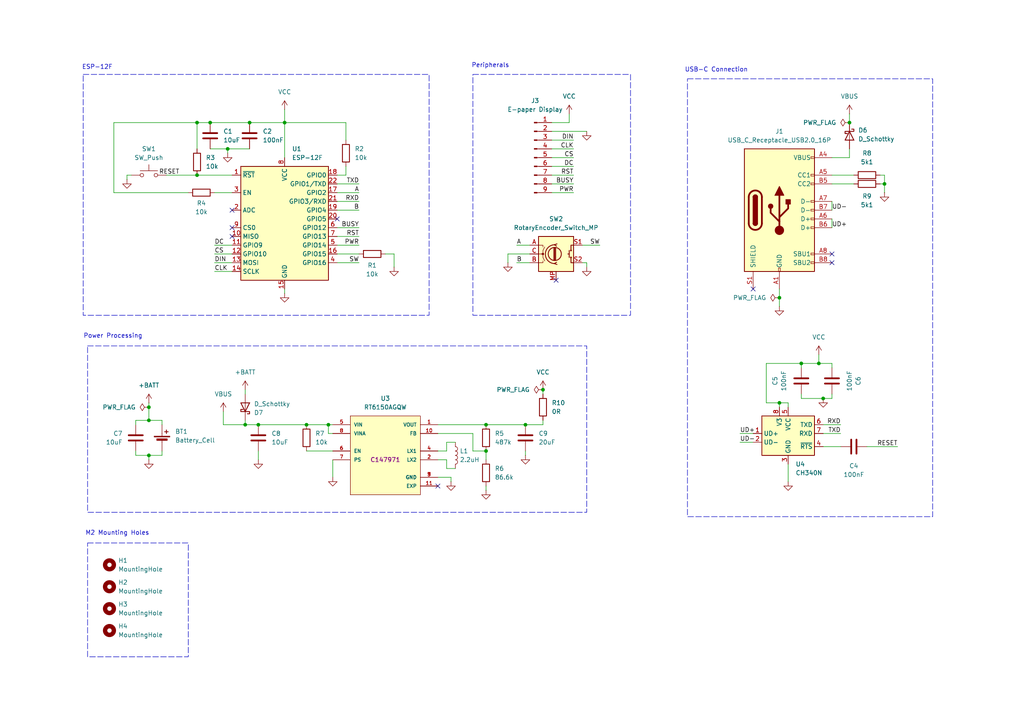
<source format=kicad_sch>
(kicad_sch (version 20250114) (generator "eeschema") (generator_version "9.0")
  (paper "A4")
  (lib_symbols
    (symbol "Connector:Conn_01x09_Pin" (pin_names (offset 1.016) (hide yes))
      (property "Reference" "J" (at 0 12.7 0))
      (property "Value" "Conn_01x09_Pin" (at 0 -12.7 0))
      (symbol "Conn_01x09_Pin_1_1"
        (rectangle (start 0.8636 10.287) (end 0 10.033) (stroke (width 0.1524)) (fill (type outline)))
        (rectangle (start 0.8636 7.747) (end 0 7.493) (stroke (width 0.1524)) (fill (type outline)))
        (rectangle (start 0.8636 5.207) (end 0 4.953) (stroke (width 0.1524)) (fill (type outline)))
        (rectangle (start 0.8636 2.667) (end 0 2.413) (stroke (width 0.1524)) (fill (type outline)))
        (rectangle (start 0.8636 0.127) (end 0 -0.127) (stroke (width 0.1524)) (fill (type outline)))
        (rectangle (start 0.8636 -2.413) (end 0 -2.667) (stroke (width 0.1524)) (fill (type outline)))
        (rectangle (start 0.8636 -4.953) (end 0 -5.207) (stroke (width 0.1524)) (fill (type outline)))
        (rectangle (start 0.8636 -7.493) (end 0 -7.747) (stroke (width 0.1524)) (fill (type outline)))
        (rectangle (start 0.8636 -10.033) (end 0 -10.287) (stroke (width 0.1524)) (fill (type outline)))
        (polyline (pts (xy 1.27 10.16) (xy 0.8636 10.16)) (stroke (width 0.1524)))
        (polyline (pts (xy 1.27 7.62) (xy 0.8636 7.62)) (stroke (width 0.1524)))
        (polyline (pts (xy 1.27 5.08) (xy 0.8636 5.08)) (stroke (width 0.1524)))
        (polyline (pts (xy 1.27 2.54) (xy 0.8636 2.54)) (stroke (width 0.1524)))
        (polyline (pts (xy 1.27 0) (xy 0.8636 0)) (stroke (width 0.1524)))
        (polyline (pts (xy 1.27 -2.54) (xy 0.8636 -2.54)) (stroke (width 0.1524)))
        (polyline (pts (xy 1.27 -5.08) (xy 0.8636 -5.08)) (stroke (width 0.1524)))
        (polyline (pts (xy 1.27 -7.62) (xy 0.8636 -7.62)) (stroke (width 0.1524)))
        (polyline (pts (xy 1.27 -10.16) (xy 0.8636 -10.16)) (stroke (width 0.1524)))
        (pin passive line (at 5.08 10.16 180) (length 3.81) (name "Pin_1") (number "1"))
        (pin passive line (at 5.08 7.62 180) (length 3.81) (name "Pin_2") (number "2"))
        (pin passive line (at 5.08 5.08 180) (length 3.81) (name "Pin_3") (number "3"))
        (pin passive line (at 5.08 2.54 180) (length 3.81) (name "Pin_4") (number "4"))
        (pin passive line (at 5.08 0 180) (length 3.81) (name "Pin_5") (number "5"))
        (pin passive line (at 5.08 -2.54 180) (length 3.81) (name "Pin_6") (number "6"))
        (pin passive line (at 5.08 -5.08 180) (length 3.81) (name "Pin_7") (number "7"))
        (pin passive line (at 5.08 -7.62 180) (length 3.81) (name "Pin_8") (number "8"))
        (pin passive line (at 5.08 -10.16 180) (length 3.81) (name "Pin_9") (number "9"))
      )
    )
    (symbol "Connector:USB_C_Receptacle_USB2.0_16P" (pin_names (offset 1.016))
      (property "Reference" "J" (at 0 22.225 0))
      (property "Value" "USB_C_Receptacle_USB2.0_16P" (at 0 19.685 0))
      (symbol "USB_C_Receptacle_USB2.0_16P_0_0"
        (rectangle (start -0.254 -17.78) (end 0.254 -16.764))
        (rectangle (start 10.16 15.494) (end 9.144 14.986))
        (rectangle (start 10.16 10.414) (end 9.144 9.906))
        (rectangle (start 10.16 7.874) (end 9.144 7.366))
        (rectangle (start 10.16 2.794) (end 9.144 2.286))
        (rectangle (start 10.16 0.254) (end 9.144 -0.254))
        (rectangle (start 10.16 -2.286) (end 9.144 -2.794))
        (rectangle (start 10.16 -4.826) (end 9.144 -5.334))
        (rectangle (start 10.16 -12.446) (end 9.144 -12.954))
        (rectangle (start 10.16 -14.986) (end 9.144 -15.494))
      )
      (symbol "USB_C_Receptacle_USB2.0_16P_0_1"
        (rectangle (start -10.16 17.78) (end 10.16 -17.78) (stroke (width 0.254)) (fill (type background)))
        (polyline (pts (xy -8.89 -3.81) (xy -8.89 3.81)) (stroke (width 0.508)))
        (rectangle (start -7.62 -3.81) (end -6.35 3.81) (stroke (width 0.254)) (fill (type outline)))
        (arc (start -7.62 3.81) (mid -6.985 4.4423) (end -6.35 3.81) (stroke (width 0.254)))
        (arc (start -7.62 3.81) (mid -6.985 4.4423) (end -6.35 3.81) (stroke (width 0.254)) (fill (type outline)))
        (arc (start -8.89 3.81) (mid -6.985 5.7067) (end -5.08 3.81) (stroke (width 0.508)))
        (arc (start -5.08 -3.81) (mid -6.985 -5.7067) (end -8.89 -3.81) (stroke (width 0.508)))
        (arc (start -6.35 -3.81) (mid -6.985 -4.4423) (end -7.62 -3.81) (stroke (width 0.254)))
        (arc (start -6.35 -3.81) (mid -6.985 -4.4423) (end -7.62 -3.81) (stroke (width 0.254)) (fill (type outline)))
        (polyline (pts (xy -5.08 3.81) (xy -5.08 -3.81)) (stroke (width 0.508)))
        (circle (center -2.54 1.143) (radius 0.635) (stroke (width 0.254)) (fill (type outline)))
        (polyline (pts (xy -1.27 4.318) (xy 0 6.858) (xy 1.27 4.318) (xy -1.27 4.318)) (stroke (width 0.254)) (fill (type outline)))
        (polyline (pts (xy 0 -2.032) (xy 2.54 0.508) (xy 2.54 1.778)) (stroke (width 0.508)))
        (polyline (pts (xy 0 -3.302) (xy -2.54 -0.762) (xy -2.54 0.508)) (stroke (width 0.508)))
        (polyline (pts (xy 0 -5.842) (xy 0 4.318)) (stroke (width 0.508)))
        (circle (center 0 -5.842) (radius 1.27) (fill (type outline)))
        (rectangle (start 1.905 1.778) (end 3.175 3.048) (stroke (width 0.254)) (fill (type outline)))
      )
      (symbol "USB_C_Receptacle_USB2.0_16P_1_1"
        (pin passive line (at -7.62 -22.86 90) (length 5.08) (name "SHIELD") (number "S1"))
        (pin passive line (at 0 -22.86 90) (length 5.08) (name "GND") (number "A1"))
        (pin passive line (at 0 -22.86 90) (length 5.08) (hide yes) (name "GND") (number "A12"))
        (pin passive line (at 0 -22.86 90) (length 5.08) (hide yes) (name "GND") (number "B1"))
        (pin passive line (at 0 -22.86 90) (length 5.08) (hide yes) (name "GND") (number "B12"))
        (pin passive line (at 15.24 15.24 180) (length 5.08) (name "VBUS") (number "A4"))
        (pin passive line (at 15.24 15.24 180) (length 5.08) (hide yes) (name "VBUS") (number "A9"))
        (pin passive line (at 15.24 15.24 180) (length 5.08) (hide yes) (name "VBUS") (number "B4"))
        (pin passive line (at 15.24 15.24 180) (length 5.08) (hide yes) (name "VBUS") (number "B9"))
        (pin bidirectional line (at 15.24 10.16 180) (length 5.08) (name "CC1") (number "A5"))
        (pin bidirectional line (at 15.24 7.62 180) (length 5.08) (name "CC2") (number "B5"))
        (pin bidirectional line (at 15.24 2.54 180) (length 5.08) (name "D-") (number "A7"))
        (pin bidirectional line (at 15.24 0 180) (length 5.08) (name "D-") (number "B7"))
        (pin bidirectional line (at 15.24 -2.54 180) (length 5.08) (name "D+") (number "A6"))
        (pin bidirectional line (at 15.24 -5.08 180) (length 5.08) (name "D+") (number "B6"))
        (pin bidirectional line (at 15.24 -12.7 180) (length 5.08) (name "SBU1") (number "A8"))
        (pin bidirectional line (at 15.24 -15.24 180) (length 5.08) (name "SBU2") (number "B8"))
      )
    )
    (symbol "Device:Battery_Cell" (pin_numbers (hide yes)) (pin_names (offset 0) (hide yes))
      (property "Reference" "BT" (at 2.54 2.54 0))
      (property "Value" "Battery_Cell" (at 2.54 0 0))
      (symbol "Battery_Cell_0_1"
        (rectangle (start -2.286 1.778) (end 2.286 1.524) (fill (type outline)))
        (rectangle (start -1.524 1.016) (end 1.524 0.508) (fill (type outline)))
        (polyline (pts (xy 0 1.778) (xy 0 2.54)))
        (polyline (pts (xy 0 0.762) (xy 0 0)))
        (polyline (pts (xy 0.762 3.048) (xy 1.778 3.048)) (stroke (width 0.254)))
        (polyline (pts (xy 1.27 3.556) (xy 1.27 2.54)) (stroke (width 0.254)))
      )
      (symbol "Battery_Cell_1_1"
        (pin passive line (at 0 5.08 270) (length 2.54) (name "+") (number "1"))
        (pin passive line (at 0 -2.54 90) (length 2.54) (name "-") (number "2"))
      )
    )
    (symbol "Device:C" (pin_numbers (hide yes)) (pin_names (offset 0.254))
      (property "Reference" "C" (at 0.635 2.54 0))
      (property "Value" "C" (at 0.635 -2.54 0))
      (symbol "C_0_1"
        (polyline (pts (xy -2.032 0.762) (xy 2.032 0.762)) (stroke (width 0.508)))
        (polyline (pts (xy -2.032 -0.762) (xy 2.032 -0.762)) (stroke (width 0.508)))
      )
      (symbol "C_1_1"
        (pin passive line (at 0 3.81 270) (length 2.794) (name "~") (number "1"))
        (pin passive line (at 0 -3.81 90) (length 2.794) (name "~") (number "2"))
      )
    )
    (symbol "Device:D_Schottky" (pin_numbers (hide yes)) (pin_names (offset 1.016) (hide yes))
      (property "Reference" "D" (at 0 2.54 0))
      (property "Value" "D_Schottky" (at 0 -2.54 0))
      (symbol "D_Schottky_0_1"
        (polyline (pts (xy -1.905 0.635) (xy -1.905 1.27) (xy -1.27 1.27) (xy -1.27 -1.27) (xy -0.635 -1.27) (xy -0.635 -0.635)) (stroke (width 0.254)))
        (polyline (pts (xy 1.27 1.27) (xy 1.27 -1.27) (xy -1.27 0) (xy 1.27 1.27)) (stroke (width 0.254)))
        (polyline (pts (xy 1.27 0) (xy -1.27 0)))
      )
      (symbol "D_Schottky_1_1"
        (pin passive line (at -3.81 0 0) (length 2.54) (name "K") (number "1"))
        (pin passive line (at 3.81 0 180) (length 2.54) (name "A") (number "2"))
      )
    )
    (symbol "Device:L" (pin_numbers (hide yes)) (pin_names (offset 1.016) (hide yes))
      (property "Reference" "L" (at -1.27 0 90))
      (property "Value" "L" (at 1.905 0 90))
      (symbol "L_0_1"
        (arc (start 0 2.54) (mid 0.6323 1.905) (end 0 1.27))
        (arc (start 0 1.27) (mid 0.6323 0.635) (end 0 0))
        (arc (start 0 0) (mid 0.6323 -0.635) (end 0 -1.27))
        (arc (start 0 -1.27) (mid 0.6323 -1.905) (end 0 -2.54))
      )
      (symbol "L_1_1"
        (pin passive line (at 0 3.81 270) (length 1.27) (name "1") (number "1"))
        (pin passive line (at 0 -3.81 90) (length 1.27) (name "2") (number "2"))
      )
    )
    (symbol "Device:R" (pin_numbers (hide yes)) (pin_names (offset 0))
      (property "Reference" "R" (at 2.032 0 90))
      (property "Value" "R" (at 0 0 90))
      (symbol "R_0_1"
        (rectangle (start -1.016 -2.54) (end 1.016 2.54) (stroke (width 0.254)))
      )
      (symbol "R_1_1"
        (pin passive line (at 0 3.81 270) (length 1.27) (name "~") (number "1"))
        (pin passive line (at 0 -3.81 90) (length 1.27) (name "~") (number "2"))
      )
    )
    (symbol "Device:RotaryEncoder_Switch_MP" (pin_names (offset 0.254) (hide yes))
      (property "Reference" "SW" (at 0 8.89 0))
      (property "Value" "RotaryEncoder_Switch_MP" (at 0 6.35 0))
      (symbol "RotaryEncoder_Switch_MP_0_1"
        (rectangle (start -5.08 5.08) (end 5.08 -5.08) (stroke (width 0.254)) (fill (type background)))
        (polyline (pts (xy -5.08 2.54) (xy -3.81 2.54) (xy -3.81 2.032)))
        (polyline (pts (xy -5.08 0) (xy -3.81 0) (xy -3.81 -1.016) (xy -3.302 -2.032)))
        (polyline (pts (xy -5.08 -2.54) (xy -3.81 -2.54) (xy -3.81 -2.032)))
        (polyline (pts (xy -4.318 0) (xy -3.81 0) (xy -3.81 1.016) (xy -3.302 2.032)))
        (circle (center -3.81 0) (radius 0.254) (fill (type outline)))
        (polyline (pts (xy -0.635 -1.778) (xy -0.635 1.778)) (stroke (width 0.254)))
        (circle (center -0.381 0) (radius 1.905) (stroke (width 0.254)))
        (polyline (pts (xy -0.381 -1.778) (xy -0.381 1.778)) (stroke (width 0.254)))
        (arc (start -0.381 -2.794) (mid -3.0988 -0.0635) (end -0.381 2.667) (stroke (width 0.254)))
        (polyline (pts (xy -0.127 1.778) (xy -0.127 -1.778)) (stroke (width 0.254)))
        (polyline (pts (xy 0.254 2.921) (xy -0.508 2.667) (xy 0.127 2.286)) (stroke (width 0.254)))
        (polyline (pts (xy 0.254 -3.048) (xy -0.508 -2.794) (xy 0.127 -2.413)) (stroke (width 0.254)))
        (polyline (pts (xy 3.81 1.016) (xy 3.81 -1.016)) (stroke (width 0.254)))
        (polyline (pts (xy 3.81 0) (xy 3.429 0)) (stroke (width 0.254)))
        (circle (center 4.318 1.016) (radius 0.127) (stroke (width 0.254)))
        (circle (center 4.318 -1.016) (radius 0.127) (stroke (width 0.254)))
        (polyline (pts (xy 5.08 2.54) (xy 4.318 2.54) (xy 4.318 1.016)) (stroke (width 0.254)))
        (polyline (pts (xy 5.08 -2.54) (xy 4.318 -2.54) (xy 4.318 -1.016)) (stroke (width 0.254)))
      )
      (symbol "RotaryEncoder_Switch_MP_1_1"
        (pin passive line (at -7.62 2.54 0) (length 2.54) (name "A") (number "A"))
        (pin passive line (at -7.62 0 0) (length 2.54) (name "C") (number "C"))
        (pin passive line (at -7.62 -2.54 0) (length 2.54) (name "B") (number "B"))
        (pin passive line (at 0 -7.62 90) (length 2.54) (name "MP") (number "MP"))
        (pin passive line (at 7.62 2.54 180) (length 2.54) (name "S1") (number "S1"))
        (pin passive line (at 7.62 -2.54 180) (length 2.54) (name "S2") (number "S2"))
      )
    )
    (symbol "Mechanical:MountingHole" (pin_names (offset 1.016)) (in_bom no)
      (property "Reference" "H" (at 0 5.08 0))
      (property "Value" "MountingHole" (at 0 3.175 0))
      (symbol "MountingHole_0_1"
        (circle (center 0 0) (radius 1.27) (stroke (width 1.27)))
      )
    )
    (symbol "RF_Module:ESP-12F"
      (property "Reference" "U" (at -12.7 19.05 0))
      (property "Value" "ESP-12F" (at 12.7 19.05 0))
      (symbol "ESP-12F_0_1"
        (rectangle (start -12.7 17.78) (end 12.7 -15.24) (stroke (width 0.254)) (fill (type background)))
      )
      (symbol "ESP-12F_1_1"
        (pin input line (at -15.24 15.24 0) (length 2.54) (name "~{RST}") (number "1"))
        (pin input line (at -15.24 10.16 0) (length 2.54) (name "EN") (number "3"))
        (pin input line (at -15.24 5.08 0) (length 2.54) (name "ADC") (number "2"))
        (pin input line (at -15.24 0 0) (length 2.54) (name "CS0") (number "9"))
        (pin bidirectional line (at -15.24 -2.54 0) (length 2.54) (name "MISO") (number "10"))
        (pin bidirectional line (at -15.24 -5.08 0) (length 2.54) (name "GPIO9") (number "11"))
        (pin bidirectional line (at -15.24 -7.62 0) (length 2.54) (name "GPIO10") (number "12"))
        (pin bidirectional line (at -15.24 -10.16 0) (length 2.54) (name "MOSI") (number "13"))
        (pin bidirectional line (at -15.24 -12.7 0) (length 2.54) (name "SCLK") (number "14"))
        (pin power_in line (at 0 20.32 270) (length 2.54) (name "VCC") (number "8"))
        (pin power_in line (at 0 -17.78 90) (length 2.54) (name "GND") (number "15"))
        (pin bidirectional line (at 15.24 15.24 180) (length 2.54) (name "GPIO0") (number "18"))
        (pin bidirectional line (at 15.24 12.7 180) (length 2.54) (name "GPIO1/TXD") (number "22"))
        (pin bidirectional line (at 15.24 10.16 180) (length 2.54) (name "GPIO2") (number "17"))
        (pin bidirectional line (at 15.24 7.62 180) (length 2.54) (name "GPIO3/RXD") (number "21"))
        (pin bidirectional line (at 15.24 5.08 180) (length 2.54) (name "GPIO4") (number "19"))
        (pin bidirectional line (at 15.24 2.54 180) (length 2.54) (name "GPIO5") (number "20"))
        (pin bidirectional line (at 15.24 0 180) (length 2.54) (name "GPIO12") (number "6"))
        (pin bidirectional line (at 15.24 -2.54 180) (length 2.54) (name "GPIO13") (number "7"))
        (pin bidirectional line (at 15.24 -5.08 180) (length 2.54) (name "GPIO14") (number "5"))
        (pin bidirectional line (at 15.24 -7.62 180) (length 2.54) (name "GPIO15") (number "16"))
        (pin bidirectional line (at 15.24 -10.16 180) (length 2.54) (name "GPIO16") (number "4"))
      )
    )
    (symbol "RT6150AGQW:RT6150AGQW" (pin_names (offset 1.016))
      (property "Reference" "U" (at -10.16 15.24 0))
      (property "Value" "RT6150AGQW" (at -10.16 -15.24 0))
      (symbol "RT6150AGQW_0_0"
        (rectangle (start -10.16 -10.16) (end 10.16 12.7) (stroke (width 0.1524)) (fill (type background)))
        (pin input line (at -15.24 10.16 0) (length 5.08) (name "VIN") (number "5"))
        (pin input line (at -15.24 7.62 0) (length 5.08) (name "VINA") (number "8"))
        (pin input line (at -15.24 2.54 0) (length 5.08) (name "EN") (number "6"))
        (pin input line (at -15.24 0 0) (length 5.08) (name "PS") (number "7"))
        (pin output line (at 15.24 10.16 180) (length 5.08) (name "VOUT") (number "1"))
        (pin input line (at 15.24 7.62 180) (length 5.08) (name "FB") (number "10"))
        (pin passive line (at 15.24 2.54 180) (length 5.08) (name "LX1") (number "4"))
        (pin passive line (at 15.24 0 180) (length 5.08) (name "LX2") (number "2"))
        (pin power_in line (at 15.24 -5.08 180) (length 5.08) (name "GND") (number "3"))
        (pin power_in line (at 15.24 -5.08 180) (length 5.08) (name "GND") (number "9"))
        (pin power_in line (at 15.24 -7.62 180) (length 5.08) (name "EXP") (number "11"))
      )
    )
    (symbol "Switch:SW_Push" (pin_numbers (hide yes)) (pin_names (offset 1.016) (hide yes))
      (property "Reference" "SW" (at 1.27 2.54 0))
      (property "Value" "SW_Push" (at 0 -1.524 0))
      (symbol "SW_Push_0_1"
        (circle (center -2.032 0) (radius 0.508))
        (polyline (pts (xy 0 1.27) (xy 0 3.048)))
        (circle (center 2.032 0) (radius 0.508))
        (polyline (pts (xy 2.54 1.27) (xy -2.54 1.27)))
        (pin passive line (at -5.08 0 0) (length 2.54) (name "1") (number "1"))
        (pin passive line (at 5.08 0 180) (length 2.54) (name "2") (number "2"))
      )
    )
    (symbol "custom-chips:CH340N"
      (property "Reference" "U3" (at 1.9559 -1.27 0))
      (property "Value" "CH340N" (at -8.89 -1.27 0))
      (symbol "CH340N_0_1"
        (rectangle (start -7.62 12.7) (end 7.62 1.27) (stroke (width 0.254)) (fill (type background)))
      )
      (symbol "CH340N_1_1"
        (pin bidirectional line (at -10.16 7.62 0) (length 2.54) (name "UD+") (number "1"))
        (pin bidirectional line (at -10.16 5.08 0) (length 2.54) (name "UD-") (number "2"))
        (pin passive line (at -2.54 15.24 270) (length 2.54) (name "V3") (number "8"))
        (pin power_in line (at 0 15.24 270) (length 2.54) (name "VCC") (number "5"))
        (pin power_in line (at 0 -1.27 90) (length 2.54) (name "GND") (number "3"))
        (pin output line (at 10.16 10.16 180) (length 2.54) (name "TXD") (number "6"))
        (pin input line (at 10.16 7.62 180) (length 2.54) (name "RXD") (number "7"))
        (pin output line (at 10.16 3.81 180) (length 2.54) (name "~{RTS}") (number "4"))
      )
    )
    (symbol "power:+BATT" (power) (pin_numbers (hide yes)) (pin_names (offset 0) (hide yes))
      (property "Value" "+BATT" (at 0 3.556 0))
      (symbol "+BATT_0_1"
        (polyline (pts (xy -0.762 1.27) (xy 0 2.54)))
        (polyline (pts (xy 0 2.54) (xy 0.762 1.27)))
        (polyline (pts (xy 0 0) (xy 0 2.54)))
      )
      (symbol "+BATT_1_1"
        (pin power_in line (at 0 0 90) (length 0) (name "~") (number "1"))
      )
    )
    (symbol "power:GND" (power) (pin_numbers (hide yes)) (pin_names (offset 0) (hide yes))
      (property "Value" "GND" (at 0 -3.81 0))
      (symbol "GND_0_1"
        (polyline (pts (xy 0 0) (xy 0 -1.27) (xy 1.27 -1.27) (xy 0 -2.54) (xy -1.27 -1.27) (xy 0 -1.27)))
      )
      (symbol "GND_1_1"
        (pin power_in line (at 0 0 270) (length 0) (name "~") (number "1"))
      )
    )
    (symbol "power:PWR_FLAG" (power) (pin_numbers (hide yes)) (pin_names (offset 0) (hide yes))
      (property "Value" "PWR_FLAG" (at 0 3.81 0))
      (symbol "PWR_FLAG_0_0"
        (pin power_out line (at 0 0 90) (length 0) (name "~") (number "1"))
      )
      (symbol "PWR_FLAG_0_1"
        (polyline (pts (xy 0 0) (xy 0 1.27) (xy -1.016 1.905) (xy 0 2.54) (xy 1.016 1.905) (xy 0 1.27)))
      )
    )
    (symbol "power:VBUS" (power) (pin_numbers (hide yes)) (pin_names (offset 0) (hide yes))
      (property "Value" "VBUS" (at 0 3.556 0))
      (symbol "VBUS_0_1"
        (polyline (pts (xy -0.762 1.27) (xy 0 2.54)))
        (polyline (pts (xy 0 2.54) (xy 0.762 1.27)))
        (polyline (pts (xy 0 0) (xy 0 2.54)))
      )
      (symbol "VBUS_1_1"
        (pin power_in line (at 0 0 90) (length 0) (name "~") (number "1"))
      )
    )
    (symbol "power:VCC" (power) (pin_numbers (hide yes)) (pin_names (offset 0) (hide yes))
      (property "Value" "VCC" (at 0 3.556 0))
      (symbol "VCC_0_1"
        (polyline (pts (xy -0.762 1.27) (xy 0 2.54)))
        (polyline (pts (xy 0 2.54) (xy 0.762 1.27)))
        (polyline (pts (xy 0 0) (xy 0 2.54)))
      )
      (symbol "VCC_1_1"
        (pin power_in line (at 0 0 90) (length 0) (name "~") (number "1"))
      )
    )
  )
  (text "ESP-12F " (at 28.702 19.558 0) (effects (font (size 1.27 1.27))))
  (text "USB-C Connection\n" (at 207.772 20.32 0) (effects (font (size 1.27 1.27))))
  (text "Power Processing\n" (at 32.766 97.536 0) (effects (font (size 1.27 1.27))))
  (text "M2 Mounting Holes" (at 34.036 154.686 0) (effects (font (size 1.27 1.27))))
  (text "Peripherals" (at 142.24 19.05 0) (effects (font (size 1.27 1.27))))
  (text_box "" (at 24.13 21.59 0) (size 100.33 69.85) (margins 0.9525 0.9525 0.9525 0.9525) (stroke (width 0) (type dash)) (effects (font (size 1.27 1.27)) (justify left top)))
  (text_box "\n" (at 25.4 157.48 0) (size 29.21 33.02) (margins 0.9525 0.9525 0.9525 0.9525) (stroke (width 0) (type dash)) (effects (font (size 1.27 1.27)) (justify left top)))
  (text_box "" (at 137.16 21.59 0) (size 45.72 69.85) (margins 0.9525 0.9525 0.9525 0.9525) (stroke (width 0) (type dash)) (effects (font (size 1.27 1.27)) (justify left top)))
  (text_box "" (at 25.4 100.33 0) (size 144.78 48.26) (margins 0.9525 0.9525 0.9525 0.9525) (stroke (width 0) (type dash)) (effects (font (size 1.27 1.27)) (justify left top)))
  (text_box "" (at 199.39 22.86 0) (size 71.12 127) (margins 0.9525 0.9525 0.9525 0.9525) (stroke (width 0) (type dash)) (effects (font (size 1.27 1.27)) (justify left top)))
  (junction (at 82.55 35.56))
  (junction (at 226.06 86.36))
  (junction (at 71.12 123.19))
  (junction (at 66.04 43.18))
  (junction (at 74.93 123.19))
  (junction (at 232.41 105.41))
  (junction (at 43.18 121.92))
  (junction (at 43.18 132.08))
  (junction (at 57.15 35.56))
  (junction (at 256.54 53.34))
  (junction (at 88.9 123.19))
  (junction (at 152.4 123.19))
  (junction (at 238.76 115.57))
  (junction (at 43.18 118.11))
  (junction (at 140.97 123.19))
  (junction (at 157.48 113.03))
  (junction (at 246.38 35.56))
  (junction (at 95.25 123.19))
  (junction (at 237.49 105.41))
  (junction (at 57.15 50.8))
  (junction (at 226.06 116.84))
  (junction (at 72.39 35.56))
  (junction (at 140.97 130.81))
  (junction (at 60.96 35.56))
  (no_connect (at 127 140.97))
  (no_connect (at 67.31 68.58))
  (no_connect (at 97.79 63.5))
  (no_connect (at 161.29 81.28))
  (no_connect (at 241.3 73.66))
  (no_connect (at 67.31 60.96))
  (no_connect (at 218.44 83.82))
  (no_connect (at 241.3 76.2))
  (no_connect (at 67.31 66.04))
  (wire (pts (xy 60.96 43.18) (xy 66.04 43.18)))
  (wire (pts (xy 46.99 123.19) (xy 46.99 121.92)))
  (wire (pts (xy 147.32 73.66) (xy 153.67 73.66)))
  (wire (pts (xy 246.38 45.72) (xy 241.3 45.72)))
  (wire (pts (xy 241.3 53.34) (xy 247.65 53.34)))
  (wire (pts (xy 237.49 102.87) (xy 237.49 105.41)))
  (wire (pts (xy 97.79 66.04) (xy 104.14 66.04)))
  (wire (pts (xy 157.48 123.19) (xy 152.4 123.19)))
  (wire (pts (xy 57.15 50.8) (xy 67.31 50.8)))
  (wire (pts (xy 157.48 121.92) (xy 157.48 123.19)))
  (wire (pts (xy 64.77 123.19) (xy 71.12 123.19)))
  (wire (pts (xy 170.18 76.2) (xy 168.91 76.2)))
  (wire (pts (xy 57.15 35.56) (xy 57.15 43.18)))
  (wire (pts (xy 237.49 105.41) (xy 241.3 105.41)))
  (wire (pts (xy 232.41 115.57) (xy 238.76 115.57)))
  (wire (pts (xy 251.46 129.54) (xy 260.35 129.54)))
  (wire (pts (xy 82.55 45.72) (xy 82.55 35.56)))
  (wire (pts (xy 39.37 130.81) (xy 39.37 132.08)))
  (wire (pts (xy 157.48 113.03) (xy 157.48 114.3)))
  (wire (pts (xy 48.26 50.8) (xy 57.15 50.8)))
  (wire (pts (xy 43.18 132.08) (xy 46.99 132.08)))
  (wire (pts (xy 33.02 35.56) (xy 57.15 35.56)))
  (wire (pts (xy 160.02 50.8) (xy 166.37 50.8)))
  (wire (pts (xy 165.1 35.56) (xy 160.02 35.56)))
  (wire (pts (xy 226.06 116.84) (xy 226.06 118.11)))
  (wire (pts (xy 62.23 73.66) (xy 67.31 73.66)))
  (wire (pts (xy 43.18 118.11) (xy 43.18 121.92)))
  (wire (pts (xy 241.3 105.41) (xy 241.3 106.68)))
  (wire (pts (xy 214.63 125.73) (xy 218.44 125.73)))
  (wire (pts (xy 33.02 35.56) (xy 33.02 55.88)))
  (wire (pts (xy 160.02 38.1) (xy 170.18 38.1)))
  (wire (pts (xy 129.54 128.27) (xy 129.54 130.81)))
  (wire (pts (xy 64.77 119.38) (xy 64.77 123.19)))
  (wire (pts (xy 137.16 125.73) (xy 127 125.73)))
  (wire (pts (xy 100.33 50.8) (xy 97.79 50.8)))
  (wire (pts (xy 238.76 123.19) (xy 243.84 123.19)))
  (wire (pts (xy 226.06 86.36) (xy 226.06 88.9)))
  (wire (pts (xy 241.3 63.5) (xy 241.3 66.04)))
  (wire (pts (xy 46.99 121.92) (xy 43.18 121.92)))
  (wire (pts (xy 97.79 73.66) (xy 104.14 73.66)))
  (wire (pts (xy 241.3 58.42) (xy 241.3 60.96)))
  (wire (pts (xy 82.55 35.56) (xy 100.33 35.56)))
  (wire (pts (xy 132.08 128.27) (xy 129.54 128.27)))
  (wire (pts (xy 160.02 45.72) (xy 166.37 45.72)))
  (wire (pts (xy 97.79 68.58) (xy 104.14 68.58)))
  (wire (pts (xy 62.23 55.88) (xy 67.31 55.88)))
  (wire (pts (xy 97.79 76.2) (xy 104.14 76.2)))
  (wire (pts (xy 54.61 55.88) (xy 33.02 55.88)))
  (wire (pts (xy 168.91 71.12) (xy 173.99 71.12)))
  (wire (pts (xy 82.55 31.75) (xy 82.55 35.56)))
  (wire (pts (xy 226.06 83.82) (xy 226.06 86.36)))
  (wire (pts (xy 72.39 35.56) (xy 82.55 35.56)))
  (wire (pts (xy 97.79 58.42) (xy 104.14 58.42)))
  (wire (pts (xy 88.9 123.19) (xy 95.25 123.19)))
  (wire (pts (xy 97.79 71.12) (xy 104.14 71.12)))
  (wire (pts (xy 71.12 121.92) (xy 71.12 123.19)))
  (wire (pts (xy 222.25 116.84) (xy 226.06 116.84)))
  (wire (pts (xy 43.18 116.84) (xy 43.18 118.11)))
  (wire (pts (xy 137.16 130.81) (xy 137.16 125.73)))
  (wire (pts (xy 39.37 132.08) (xy 43.18 132.08)))
  (wire (pts (xy 66.04 43.18) (xy 66.04 44.45)))
  (wire (pts (xy 114.3 73.66) (xy 114.3 77.47)))
  (wire (pts (xy 256.54 50.8) (xy 255.27 50.8)))
  (wire (pts (xy 238.76 125.73) (xy 243.84 125.73)))
  (wire (pts (xy 246.38 33.02) (xy 246.38 35.56)))
  (wire (pts (xy 129.54 135.89) (xy 132.08 135.89)))
  (wire (pts (xy 46.99 130.81) (xy 46.99 132.08)))
  (wire (pts (xy 66.04 43.18) (xy 72.39 43.18)))
  (wire (pts (xy 97.79 55.88) (xy 104.14 55.88)))
  (wire (pts (xy 43.18 132.08) (xy 43.18 133.35)))
  (wire (pts (xy 130.81 138.43) (xy 130.81 139.7)))
  (wire (pts (xy 129.54 133.35) (xy 129.54 135.89)))
  (wire (pts (xy 129.54 130.81) (xy 127 130.81)))
  (wire (pts (xy 214.63 128.27) (xy 218.44 128.27)))
  (wire (pts (xy 95.25 123.19) (xy 96.52 123.19)))
  (wire (pts (xy 228.6 116.84) (xy 228.6 118.11)))
  (wire (pts (xy 97.79 60.96) (xy 104.14 60.96)))
  (wire (pts (xy 256.54 53.34) (xy 256.54 55.88)))
  (wire (pts (xy 100.33 48.26) (xy 100.33 50.8)))
  (wire (pts (xy 71.12 123.19) (xy 74.93 123.19)))
  (wire (pts (xy 165.1 33.02) (xy 165.1 35.56)))
  (wire (pts (xy 222.25 105.41) (xy 232.41 105.41)))
  (wire (pts (xy 232.41 106.68) (xy 232.41 105.41)))
  (wire (pts (xy 241.3 50.8) (xy 247.65 50.8)))
  (wire (pts (xy 62.23 78.74) (xy 67.31 78.74)))
  (wire (pts (xy 149.86 76.2) (xy 153.67 76.2)))
  (wire (pts (xy 140.97 123.19) (xy 152.4 123.19)))
  (wire (pts (xy 238.76 129.54) (xy 243.84 129.54)))
  (wire (pts (xy 226.06 116.84) (xy 228.6 116.84)))
  (wire (pts (xy 241.3 115.57) (xy 238.76 115.57)))
  (wire (pts (xy 36.83 50.8) (xy 38.1 50.8)))
  (wire (pts (xy 256.54 50.8) (xy 256.54 53.34)))
  (wire (pts (xy 160.02 43.18) (xy 166.37 43.18)))
  (wire (pts (xy 74.93 130.81) (xy 74.93 133.35)))
  (wire (pts (xy 160.02 55.88) (xy 166.37 55.88)))
  (wire (pts (xy 241.3 114.3) (xy 241.3 115.57)))
  (wire (pts (xy 97.79 53.34) (xy 104.14 53.34)))
  (wire (pts (xy 62.23 71.12) (xy 67.31 71.12)))
  (wire (pts (xy 36.83 52.07) (xy 36.83 50.8)))
  (wire (pts (xy 256.54 53.34) (xy 255.27 53.34)))
  (wire (pts (xy 160.02 48.26) (xy 166.37 48.26)))
  (wire (pts (xy 232.41 114.3) (xy 232.41 115.57)))
  (wire (pts (xy 246.38 43.18) (xy 246.38 45.72)))
  (wire (pts (xy 71.12 114.3) (xy 71.12 113.03)))
  (wire (pts (xy 228.6 134.62) (xy 228.6 139.7)))
  (wire (pts (xy 170.18 76.2) (xy 170.18 77.47)))
  (wire (pts (xy 114.3 73.66) (xy 111.76 73.66)))
  (wire (pts (xy 57.15 35.56) (xy 60.96 35.56)))
  (wire (pts (xy 160.02 40.64) (xy 166.37 40.64)))
  (wire (pts (xy 149.86 71.12) (xy 153.67 71.12)))
  (wire (pts (xy 96.52 125.73) (xy 95.25 125.73)))
  (wire (pts (xy 95.25 125.73) (xy 95.25 123.19)))
  (wire (pts (xy 43.18 121.92) (xy 39.37 121.92)))
  (wire (pts (xy 232.41 105.41) (xy 237.49 105.41)))
  (wire (pts (xy 82.55 85.09) (xy 82.55 83.82)))
  (wire (pts (xy 127 133.35) (xy 129.54 133.35)))
  (wire (pts (xy 147.32 76.2) (xy 147.32 73.66)))
  (wire (pts (xy 140.97 130.81) (xy 140.97 133.35)))
  (wire (pts (xy 140.97 140.97) (xy 140.97 142.24)))
  (wire (pts (xy 62.23 76.2) (xy 67.31 76.2)))
  (wire (pts (xy 127 123.19) (xy 140.97 123.19)))
  (wire (pts (xy 88.9 130.81) (xy 96.52 130.81)))
  (wire (pts (xy 127 138.43) (xy 130.81 138.43)))
  (wire (pts (xy 100.33 40.64) (xy 100.33 35.56)))
  (wire (pts (xy 160.02 53.34) (xy 166.37 53.34)))
  (wire (pts (xy 60.96 35.56) (xy 72.39 35.56)))
  (wire (pts (xy 222.25 105.41) (xy 222.25 116.84)))
  (wire (pts (xy 96.52 133.35) (xy 96.52 138.43)))
  (wire (pts (xy 152.4 130.81) (xy 152.4 132.08)))
  (wire (pts (xy 137.16 130.81) (xy 140.97 130.81)))
  (wire (pts (xy 74.93 123.19) (xy 88.9 123.19)))
  (wire (pts (xy 39.37 121.92) (xy 39.37 123.19)))
  (label "UD-" (at 214.63 128.27 0))
  (label "RST" (at 104.14 68.58 180))
  (label "DIN" (at 62.23 76.2 0))
  (label "A" (at 149.86 71.12 0))
  (label "RESET" (at 52.07 50.8 180))
  (label "TXD" (at 104.14 53.34 180))
  (label "BUSY" (at 166.37 53.34 180))
  (label "A" (at 104.14 55.88 180))
  (label "RXD" (at 104.14 58.42 180))
  (label "B" (at 149.86 76.2 0))
  (label "CS" (at 166.37 45.72 180))
  (label "UD-" (at 241.3 60.96 0))
  (label "DC" (at 62.23 71.12 0))
  (label "UD+" (at 241.3 66.04 0))
  (label "DC" (at 166.37 48.26 180))
  (label "BUSY" (at 104.14 66.04 180))
  (label "PWR" (at 166.37 55.88 180))
  (label "CLK" (at 62.23 78.74 0))
  (label "CS" (at 62.23 73.66 0))
  (label "SW" (at 173.99 71.12 180))
  (label "PWR" (at 104.14 71.12 180))
  (label "B" (at 104.14 60.96 180))
  (label "CLK" (at 166.37 43.18 180))
  (label "UD+" (at 214.63 125.73 0))
  (label "RST" (at 166.37 50.8 180))
  (label "TXD" (at 243.84 125.73 180))
  (label "DIN" (at 166.37 40.64 180))
  (label "RESET" (at 260.35 129.54 180))
  (label "SW" (at 104.14 76.2 180))
  (label "RXD" (at 243.84 123.19 180))
  (symbol (lib_id "Device:R") (at 251.46 50.8 90) (unit 1)
    (property "Reference" "R8" (at 251.46 44.45 90))
    (property "Value" "5k1" (at 251.46 46.99 90))
    (property "Footprint" "Resistor_SMD:R_0805_2012Metric" (effects (hide yes)))
    (property "Description" "Resistor" (effects (hide yes)))
    (property "LCSC" "C27834" (effects (hide yes)))
  )
  (symbol (lib_id "power:GND") (at 238.76 115.57 0) (unit 1)
    (property "Reference" "#PWR016" (effects (hide yes)))
    (property "Value" "GND" (effects (hide yes)))
    (property "Description" "Power symbol creates a global label with name \"GND\" , ground" (effects (hide yes)))
  )
  (symbol (lib_id "Device:D_Schottky") (at 246.38 39.37 270) (unit 1)
    (property "Reference" "D6" (at 248.92 37.7824 90) (effects (justify left)))
    (property "Value" "D_Schottky" (at 248.92 40.3224 90) (effects (justify left)))
    (property "Footprint" "Diode_SMD:D_SMA" (effects (hide yes)))
    (property "Description" "Schottky diode" (effects (hide yes)))
    (property "LCSC" "C8678" (effects (hide yes)))
  )
  (symbol (lib_id "power:VCC") (at 237.49 102.87 0) (unit 1)
    (property "Reference" "#PWR010" (effects (hide yes)))
    (property "Value" "VCC" (at 237.49 97.79 0))
    (property "Description" "Power symbol creates a global label with name \"VCC\"" (effects (hide yes)))
  )
  (symbol (lib_id "RT6150AGQW:RT6150AGQW") (at 111.76 133.35 0) (unit 1)
    (property "Reference" "U3" (at 111.76 115.57 0))
    (property "Value" "RT6150AGQW" (at 111.76 118.11 0))
    (property "Footprint" "eink:SON50P300X300X80-11N" (effects (hide yes)))
    (property "B_NOM" "0.24" (effects (hide yes)))
    (property "Check_prices" "https://www.snapeda.com/parts/RT6150AGQW/Richtek/view-part/?ref=eda" (effects (hide yes)))
    (property "B_MAX" "0.3" (effects (hide yes)))
    (property "Description_1" "Buck-Boost Switching Regulator IC Positive Adjustable 1.8V 1 Output 800mA 10-WFDFN Exposed Pad" (effects (hide yes)))
    (property "Price" "None" (effects (hide yes)))
    (property "ENOM" "0.5" (effects (hide yes)))
    (property "D_NOM" "3.0" (effects (hide yes)))
    (property "D_MAX" "3.05" (effects (hide yes)))
    (property "L_MAX" "0.45" (effects (hide yes)))
    (property "A_MAX" "0.8" (effects (hide yes)))
    (property "Package" "WFDFN-10 Richtek" (effects (hide yes)))
    (property "E2_NOM" "1.625" (effects (hide yes)))
    (property "D2_NOM" "2.475" (effects (hide yes)))
    (property "SnapEDA_Link" "https://www.snapeda.com/parts/RT6150AGQW/Richtek/view-part/?ref=snap" (effects (hide yes)))
    (property "E_NOM" "3.0" (effects (hide yes)))
    (property "B_MIN" "0.18" (effects (hide yes)))
    (property "STANDARD" "IPC 7351B" (effects (hide yes)))
    (property "PIN_COUNT" "10.0" (effects (hide yes)))
    (property "L_NOM" "0.4" (effects (hide yes)))
    (property "MANUFACTURER" "Richtek" (effects (hide yes)))
    (property "MF" "Richtek USA" (effects (hide yes)))
    (property "MAXIMUM_PACKAGE_HEIGHT" "0.8mm" (effects (hide yes)))
    (property "E_MIN" "2.95" (effects (hide yes)))
    (property "D_MIN" "2.95" (effects (hide yes)))
    (property "MP" "RT6150AGQW" (effects (hide yes)))
    (property "L_MIN" "0.35" (effects (hide yes)))
    (property "Availability" "In Stock" (effects (hide yes)))
    (property "E_MAX" "3.05" (effects (hide yes)))
    (property "LCSC" "C147971" (at 111.76 133.35 0))
  )
  (symbol (lib_id "power:+BATT") (at 43.18 116.84 0) (unit 1)
    (property "Reference" "#PWR013" (effects (hide yes)))
    (property "Value" "+BATT" (at 43.18 111.76 0))
    (property "Description" "Power symbol creates a global label with name \"+BATT\"" (effects (hide yes)))
  )
  (symbol (lib_id "power:GND") (at 170.18 77.47 0) (mirror y) (unit 1)
    (property "Reference" "#PWR019" (effects (hide yes)))
    (property "Value" "GND" (effects (hide yes)))
    (property "Description" "Power symbol creates a global label with name \"GND\" , ground" (effects (hide yes)))
  )
  (symbol (lib_id "Device:C") (at 72.39 39.37 0) (unit 1)
    (property "Reference" "C2" (at 76.2 38.0999 0) (effects (justify left)))
    (property "Value" "100nF" (at 76.2 40.6399 0) (effects (justify left)))
    (property "Footprint" "Capacitor_SMD:C_0805_2012Metric" (effects (hide yes)))
    (property "Description" "Unpolarized capacitor" (effects (hide yes)))
    (property "LCSC" "C28233" (effects (hide yes)))
  )
  (symbol (lib_id "Mechanical:MountingHole") (at 31.75 182.88 0) (unit 1) (in_bom no)
    (property "Reference" "H4" (at 34.29 181.6099 0) (effects (justify left)))
    (property "Value" "MountingHole" (at 34.29 184.1499 0) (effects (justify left)))
    (property "Footprint" "MountingHole:MountingHole_2.2mm_M2" (effects (hide yes)))
    (property "Description" "Mounting Hole without connection" (effects (hide yes)))
  )
  (symbol (lib_id "power:PWR_FLAG") (at 43.18 118.11 90) (unit 1)
    (property "Reference" "#FLG02" (effects (hide yes)))
    (property "Value" "PWR_FLAG" (at 39.37 118.1099 90) (effects (justify left)))
    (property "Description" "Special symbol for telling ERC where power comes from" (effects (hide yes)))
  )
  (symbol (lib_id "power:GND") (at 170.18 38.1 0) (unit 1)
    (property "Reference" "#PWR08" (effects (hide yes)))
    (property "Value" "GND" (effects (hide yes)))
    (property "Description" "Power symbol creates a global label with name \"GND\" , ground" (effects (hide yes)))
  )
  (symbol (lib_id "power:VBUS") (at 246.38 33.02 0) (unit 1)
    (property "Reference" "#PWR018" (effects (hide yes)))
    (property "Value" "VBUS" (at 246.38 27.94 0))
    (property "Description" "Power symbol creates a global label with name \"VBUS\"" (effects (hide yes)))
  )
  (symbol (lib_id "Device:Battery_Cell") (at 46.99 128.27 0) (unit 1)
    (property "Reference" "BT1" (at 50.8 125.1584 0) (effects (justify left)))
    (property "Value" "Battery_Cell" (at 50.8 127.6984 0) (effects (justify left)))
    (property "Footprint" "Connector_JST:JST_PH_B2B-PH-K_1x02_P2.00mm_Vertical" (effects (hide yes)))
    (property "Description" "Single-cell battery" (effects (hide yes)))
  )
  (symbol (lib_id "power:GND") (at 114.3 77.47 0) (unit 1)
    (property "Reference" "#PWR03" (effects (hide yes)))
    (property "Value" "GND" (effects (hide yes)))
    (property "Description" "Power symbol creates a global label with name \"GND\" , ground" (effects (hide yes)))
  )
  (symbol (lib_id "power:GND") (at 82.55 85.09 0) (unit 1)
    (property "Reference" "#PWR02" (effects (hide yes)))
    (property "Value" "GND" (effects (hide yes)))
    (property "Description" "Power symbol creates a global label with name \"GND\" , ground" (effects (hide yes)))
  )
  (symbol (lib_id "power:PWR_FLAG") (at 157.48 113.03 90) (unit 1)
    (property "Reference" "#FLG03" (effects (hide yes)))
    (property "Value" "PWR_FLAG" (at 153.67 113.0299 90) (effects (justify left)))
    (property "Description" "Special symbol for telling ERC where power comes from" (effects (hide yes)))
  )
  (symbol (lib_id "power:GND") (at 96.52 138.43 0) (unit 1)
    (property "Reference" "#PWR026" (effects (hide yes)))
    (property "Value" "GND" (effects (hide yes)))
    (property "Description" "Power symbol creates a global label with name \"GND\" , ground" (effects (hide yes)))
  )
  (symbol (lib_id "Mechanical:MountingHole") (at 31.75 176.53 0) (unit 1) (in_bom no)
    (property "Reference" "H3" (at 34.29 175.2599 0) (effects (justify left)))
    (property "Value" "MountingHole" (at 34.29 177.7999 0) (effects (justify left)))
    (property "Footprint" "MountingHole:MountingHole_2.2mm_M2" (effects (hide yes)))
    (property "Description" "Mounting Hole without connection" (effects (hide yes)))
  )
  (symbol (lib_id "power:GND") (at 147.32 76.2 0) (mirror y) (unit 1)
    (property "Reference" "#PWR015" (effects (hide yes)))
    (property "Value" "GND" (effects (hide yes)))
    (property "Description" "Power symbol creates a global label with name \"GND\" , ground" (effects (hide yes)))
  )
  (symbol (lib_id "Device:R") (at 58.42 55.88 90) (unit 1)
    (property "Reference" "R4" (at 58.42 58.928 90))
    (property "Value" "10k" (at 58.42 61.468 90))
    (property "Footprint" "Resistor_SMD:R_0805_2012Metric" (effects (hide yes)))
    (property "Description" "Resistor" (effects (hide yes)))
    (property "LCSC" "C17414 " (effects (hide yes)))
  )
  (symbol (lib_id "Device:C") (at 232.41 110.49 0) (unit 1)
    (property "Reference" "C5" (at 224.79 110.49 90))
    (property "Value" "100nF" (at 227.33 110.49 90))
    (property "Footprint" "Capacitor_SMD:C_0805_2012Metric" (effects (hide yes)))
    (property "Description" "Unpolarized capacitor" (effects (hide yes)))
    (property "LCSC" "C28233" (effects (hide yes)))
  )
  (symbol (lib_id "Device:RotaryEncoder_Switch_MP") (at 161.29 73.66 0) (unit 1)
    (property "Reference" "SW2" (at 161.29 63.5 0))
    (property "Value" "RotaryEncoder_Switch_MP" (at 161.29 66.04 0))
    (property "Footprint" "custom:EC11J" (effects (hide yes)))
    (property "Description" "Rotary encoder, dual channel, incremental quadrate outputs, with switch and MP Pin" (effects (hide yes)))
  )
  (symbol (lib_id "Device:R") (at 140.97 137.16 0) (unit 1)
    (property "Reference" "R6" (at 143.51 135.8899 0) (effects (justify left)))
    (property "Value" "86.6k" (at 143.51 138.4299 0) (effects (justify left)))
    (property "Footprint" "Resistor_SMD:R_0805_2012Metric" (effects (hide yes)))
    (property "Description" "Resistor" (effects (hide yes)))
    (property "LCSC" "C17846" (effects (hide yes)))
  )
  (symbol (lib_id "power:+BATT") (at 71.12 113.03 0) (unit 1)
    (property "Reference" "#PWR021" (effects (hide yes)))
    (property "Value" "+BATT" (at 71.12 107.95 0))
    (property "Description" "Power symbol creates a global label with name \"+BATT\"" (effects (hide yes)))
  )
  (symbol (lib_id "power:VCC") (at 165.1 33.02 0) (unit 1)
    (property "Reference" "#PWR07" (effects (hide yes)))
    (property "Value" "VCC" (at 165.1 27.94 0))
    (property "Description" "Power symbol creates a global label with name \"VCC\"" (effects (hide yes)))
  )
  (symbol (lib_id "Device:C") (at 152.4 127 0) (unit 1)
    (property "Reference" "C9" (at 156.21 125.7299 0) (effects (justify left)))
    (property "Value" "20uF" (at 156.21 128.2699 0) (effects (justify left)))
    (property "Footprint" "Capacitor_SMD:C_0805_2012Metric" (effects (hide yes)))
    (property "Description" "Unpolarized capacitor" (effects (hide yes)))
    (property "LCSC" "C1015" (effects (hide yes)))
  )
  (symbol (lib_id "power:GND") (at 256.54 55.88 0) (unit 1)
    (property "Reference" "#PWR011" (effects (hide yes)))
    (property "Value" "GND" (effects (hide yes)))
    (property "Description" "Power symbol creates a global label with name \"GND\" , ground" (effects (hide yes)))
  )
  (symbol (lib_id "Connector:Conn_01x09_Pin") (at 154.94 45.72 0) (unit 1)
    (property "Reference" "J3" (at 155.194 29.21 0))
    (property "Value" "E-paper Display" (at 155.194 31.75 0))
    (property "Footprint" "Connector_PinHeader_2.54mm:PinHeader_1x09_P2.54mm_Vertical_SMD_Pin1Left" (effects (hide yes)))
    (property "Description" "Generic connector, single row, 01x09, script generated" (effects (hide yes)))
  )
  (symbol (lib_id "power:GND") (at 66.04 44.45 0) (unit 1)
    (property "Reference" "#PWR05" (effects (hide yes)))
    (property "Value" "GND" (effects (hide yes)))
    (property "Description" "Power symbol creates a global label with name \"GND\" , ground" (effects (hide yes)))
  )
  (symbol (lib_id "Device:C") (at 247.65 129.54 270) (unit 1)
    (property "Reference" "C4" (at 247.65 135.128 90))
    (property "Value" "100nF" (at 247.65 137.668 90))
    (property "Footprint" "Capacitor_SMD:C_0805_2012Metric" (effects (hide yes)))
    (property "Description" "Unpolarized capacitor" (effects (hide yes)))
    (property "LCSC" "C28233" (effects (hide yes)))
  )
  (symbol (lib_id "Device:R") (at 157.48 118.11 0) (unit 1)
    (property "Reference" "R10" (at 160.02 116.8399 0) (effects (justify left)))
    (property "Value" "0R" (at 160.02 119.3799 0) (effects (justify left)))
    (property "Description" "Resistor" (effects (hide yes)))
  )
  (symbol (lib_id "Device:R") (at 57.15 46.99 0) (unit 1)
    (property "Reference" "R3" (at 59.69 45.7199 0) (effects (justify left)))
    (property "Value" "10k" (at 59.69 48.2599 0) (effects (justify left)))
    (property "Footprint" "Resistor_SMD:R_0805_2012Metric" (effects (hide yes)))
    (property "Description" "Resistor" (effects (hide yes)))
    (property "LCSC" "C17414 " (effects (hide yes)))
  )
  (symbol (lib_id "power:GND") (at 226.06 88.9 0) (unit 1)
    (property "Reference" "#PWR09" (effects (hide yes)))
    (property "Value" "GND" (effects (hide yes)))
    (property "Description" "Power symbol creates a global label with name \"GND\" , ground" (effects (hide yes)))
  )
  (symbol (lib_id "Mechanical:MountingHole") (at 31.75 170.18 0) (unit 1) (in_bom no)
    (property "Reference" "H2" (at 34.29 168.9099 0) (effects (justify left)))
    (property "Value" "MountingHole" (at 34.29 171.4499 0) (effects (justify left)))
    (property "Footprint" "MountingHole:MountingHole_2.2mm_M2" (effects (hide yes)))
    (property "Description" "Mounting Hole without connection" (effects (hide yes)))
  )
  (symbol (lib_id "Switch:SW_Push") (at 43.18 50.8 0) (unit 1)
    (property "Reference" "SW1" (at 43.18 43.18 0))
    (property "Value" "SW_Push" (at 43.18 45.72 0))
    (property "Footprint" "eink:SW_TS-1187A-B-A-B" (effects (hide yes)))
    (property "Description" "Push button switch, generic, two pins" (effects (hide yes)))
    (property "LCSC" "C318884" (effects (hide yes)))
  )
  (symbol (lib_id "power:VCC") (at 82.55 31.75 0) (unit 1)
    (property "Reference" "#PWR01" (effects (hide yes)))
    (property "Value" "VCC" (at 82.55 26.67 0))
    (property "Description" "Power symbol creates a global label with name \"VCC\"" (effects (hide yes)))
  )
  (symbol (lib_id "Device:C") (at 39.37 127 0) (mirror y) (unit 1)
    (property "Reference" "C7" (at 35.56 125.7299 0) (effects (justify left)))
    (property "Value" "10uF" (at 35.56 128.2699 0) (effects (justify left)))
    (property "Footprint" "Capacitor_SMD:C_0805_2012Metric" (effects (hide yes)))
    (property "Description" "Unpolarized capacitor" (effects (hide yes)))
    (property "LCSC" "C15850" (effects (hide yes)))
  )
  (symbol (lib_id "Device:R") (at 88.9 127 180) (unit 1)
    (property "Reference" "R7" (at 91.44 125.7299 0) (effects (justify right)))
    (property "Value" "10k" (at 91.44 128.2699 0) (effects (justify right)))
    (property "Footprint" "Resistor_SMD:R_0805_2012Metric" (effects (hide yes)))
    (property "Description" "Resistor" (effects (hide yes)))
    (property "LCSC" "C17414 " (effects (hide yes)))
  )
  (symbol (lib_id "power:PWR_FLAG") (at 246.38 35.56 90) (unit 1)
    (property "Reference" "#FLG04" (effects (hide yes)))
    (property "Value" "PWR_FLAG" (at 242.57 35.5599 90) (effects (justify left)))
    (property "Description" "Special symbol for telling ERC where power comes from" (effects (hide yes)))
  )
  (symbol (lib_id "Device:D_Schottky") (at 71.12 118.11 270) (mirror x) (unit 1)
    (property "Reference" "D7" (at 73.66 119.6976 90) (effects (justify left)))
    (property "Value" "D_Schottky" (at 73.66 117.1576 90) (effects (justify left)))
    (property "Footprint" "Diode_SMD:D_SMA" (effects (hide yes)))
    (property "Description" "Schottky diode" (effects (hide yes)))
    (property "LCSC" "C8678" (effects (hide yes)))
  )
  (symbol (lib_id "power:GND") (at 130.81 139.7 0) (unit 1)
    (property "Reference" "#PWR022" (effects (hide yes)))
    (property "Value" "GND" (effects (hide yes)))
    (property "Description" "Power symbol creates a global label with name \"GND\" , ground" (effects (hide yes)))
  )
  (symbol (lib_id "RF_Module:ESP-12F") (at 82.55 66.04 0) (unit 1)
    (property "Reference" "U1" (at 84.6933 43.18 0) (effects (justify left)))
    (property "Value" "ESP-12F" (at 84.6933 45.72 0) (effects (justify left)))
    (property "Footprint" "RF_Module:ESP-12E" (effects (hide yes)))
    (property "Datasheet" "http://wiki.ai-thinker.com/_media/esp8266/esp8266_series_modules_user_manual_v1.1.pdf" (effects (hide yes)))
    (property "Description" "802.11 b/g/n Wi-Fi Module" (effects (hide yes)))
    (property "LCSC" "C19949064" (effects (hide yes)))
  )
  (symbol (lib_id "power:GND") (at 228.6 139.7 0) (unit 1)
    (property "Reference" "#PWR014" (effects (hide yes)))
    (property "Value" "GND" (effects (hide yes)))
    (property "Description" "Power symbol creates a global label with name \"GND\" , ground" (effects (hide yes)))
  )
  (symbol (lib_id "power:VBUS") (at 64.77 119.38 0) (unit 1)
    (property "Reference" "#PWR012" (effects (hide yes)))
    (property "Value" "VBUS" (at 64.77 114.3 0))
    (property "Description" "Power symbol creates a global label with name \"VBUS\"" (effects (hide yes)))
  )
  (symbol (lib_id "Device:R") (at 140.97 127 0) (unit 1)
    (property "Reference" "R5" (at 143.51 125.7299 0) (effects (justify left)))
    (property "Value" "487k" (at 143.51 128.2699 0) (effects (justify left)))
    (property "Footprint" "Resistor_SMD:R_0805_2012Metric" (effects (hide yes)))
    (property "Description" "Resistor" (effects (hide yes)))
    (property "LCSC" "C17717" (effects (hide yes)))
  )
  (symbol (lib_id "power:GND") (at 152.4 132.08 0) (unit 1)
    (property "Reference" "#PWR025" (effects (hide yes)))
    (property "Value" "GND" (effects (hide yes)))
    (property "Description" "Power symbol creates a global label with name \"GND\" , ground" (effects (hide yes)))
  )
  (symbol (lib_id "power:PWR_FLAG") (at 226.06 86.36 90) (unit 1)
    (property "Reference" "#FLG01" (effects (hide yes)))
    (property "Value" "PWR_FLAG" (at 222.25 86.3599 90) (effects (justify left)))
    (property "Description" "Special symbol for telling ERC where power comes from" (effects (hide yes)))
  )
  (symbol (lib_id "Device:C") (at 241.3 110.49 0) (mirror y) (unit 1)
    (property "Reference" "C6" (at 248.92 110.49 90))
    (property "Value" "100nF" (at 246.38 110.49 90))
    (property "Footprint" "Capacitor_SMD:C_0805_2012Metric" (effects (hide yes)))
    (property "Description" "Unpolarized capacitor" (effects (hide yes)))
    (property "LCSC" "C28233" (effects (hide yes)))
  )
  (symbol (lib_id "Device:L") (at 132.08 132.08 0) (unit 1)
    (property "Reference" "L1" (at 133.35 130.8099 0) (effects (justify left)))
    (property "Value" "2.2uH" (at 133.35 133.3499 0) (effects (justify left)))
    (property "Footprint" "Inductor_SMD:L_1206_3216Metric" (effects (hide yes)))
    (property "Description" "Inductor" (effects (hide yes)))
    (property "LCSC" "C1048" (effects (hide yes)))
  )
  (symbol (lib_id "Device:C") (at 74.93 127 0) (unit 1)
    (property "Reference" "C8" (at 78.74 125.7299 0) (effects (justify left)))
    (property "Value" "10uF" (at 78.74 128.2699 0) (effects (justify left)))
    (property "Footprint" "Capacitor_SMD:C_0805_2012Metric" (effects (hide yes)))
    (property "Description" "Unpolarized capacitor" (effects (hide yes)))
    (property "LCSC" "C15850" (effects (hide yes)))
  )
  (symbol (lib_id "Device:R") (at 251.46 53.34 270) (unit 1)
    (property "Reference" "R9" (at 251.46 56.896 90))
    (property "Value" "5k1" (at 251.46 59.436 90))
    (property "Footprint" "Resistor_SMD:R_0805_2012Metric" (effects (hide yes)))
    (property "Description" "Resistor" (effects (hide yes)))
    (property "LCSC" "C27834" (effects (hide yes)))
  )
  (symbol (lib_id "power:GND") (at 74.93 133.35 0) (unit 1)
    (property "Reference" "#PWR023" (effects (hide yes)))
    (property "Value" "GND" (effects (hide yes)))
    (property "Description" "Power symbol creates a global label with name \"GND\" , ground" (effects (hide yes)))
  )
  (symbol (lib_id "Device:R") (at 107.95 73.66 90) (unit 1)
    (property "Reference" "R1" (at 107.95 76.962 90))
    (property "Value" "10k" (at 107.95 79.502 90))
    (property "Footprint" "Resistor_SMD:R_0805_2012Metric" (effects (hide yes)))
    (property "Description" "Resistor" (effects (hide yes)))
    (property "LCSC" "C17414 " (effects (hide yes)))
  )
  (symbol (lib_id "power:GND") (at 43.18 133.35 0) (unit 1)
    (property "Reference" "#PWR020" (effects (hide yes)))
    (property "Value" "GND" (effects (hide yes)))
    (property "Description" "Power symbol creates a global label with name \"GND\" , ground" (effects (hide yes)))
  )
  (symbol (lib_id "Connector:USB_C_Receptacle_USB2.0_16P") (at 226.06 60.96 0) (unit 1)
    (property "Reference" "J1" (at 226.06 38.1 0))
    (property "Value" "USB_C_Receptacle_USB2.0_16P" (at 226.06 40.64 0))
    (property "Footprint" "Connector_USB:USB_C_Receptacle_HRO_TYPE-C-31-M-12" (effects (hide yes)))
    (property "Datasheet" "https://www.usb.org/sites/default/files/documents/usb_type-c.zip" (effects (hide yes)))
    (property "Description" "USB 2.0-only 16P Type-C Receptacle connector" (effects (hide yes)))
    (property "LCSC" "C2988369" (effects (hide yes)))
  )
  (symbol (lib_id "Device:R") (at 100.33 44.45 180) (unit 1)
    (property "Reference" "R2" (at 102.87 43.1799 0) (effects (justify right)))
    (property "Value" "10k" (at 102.87 45.7199 0) (effects (justify right)))
    (property "Footprint" "Resistor_SMD:R_0805_2012Metric" (effects (hide yes)))
    (property "Description" "Resistor" (effects (hide yes)))
    (property "LCSC" "C17414 " (effects (hide yes)))
  )
  (symbol (lib_id "power:GND") (at 36.83 52.07 0) (unit 1)
    (property "Reference" "#PWR017" (effects (hide yes)))
    (property "Value" "GND" (effects (hide yes)))
    (property "Description" "Power symbol creates a global label with name \"GND\" , ground" (effects (hide yes)))
  )
  (symbol (lib_id "Mechanical:MountingHole") (at 31.75 163.83 0) (unit 1) (in_bom no)
    (property "Reference" "H1" (at 34.29 162.5599 0) (effects (justify left)))
    (property "Value" "MountingHole" (at 34.29 165.0999 0) (effects (justify left)))
    (property "Footprint" "MountingHole:MountingHole_2.2mm_M2" (effects (hide yes)))
    (property "Description" "Mounting Hole without connection" (effects (hide yes)))
  )
  (symbol (lib_id "Device:C") (at 60.96 39.37 0) (unit 1)
    (property "Reference" "C1" (at 64.77 38.0999 0) (effects (justify left)))
    (property "Value" "10uF" (at 64.77 40.6399 0) (effects (justify left)))
    (property "Footprint" "Capacitor_SMD:C_0805_2012Metric" (effects (hide yes)))
    (property "Description" "Unpolarized capacitor" (effects (hide yes)))
    (property "LCSC" "C15850" (effects (hide yes)))
  )
  (symbol (lib_id "power:VCC") (at 157.48 113.03 0) (unit 1)
    (property "Reference" "#PWR024" (effects (hide yes)))
    (property "Value" "VCC" (at 157.48 107.95 0))
    (property "Description" "Power symbol creates a global label with name \"VCC\"" (effects (hide yes)))
  )
  (symbol (lib_id "power:GND") (at 140.97 142.24 0) (unit 1)
    (property "Reference" "#PWR027" (effects (hide yes)))
    (property "Value" "GND" (effects (hide yes)))
    (property "Description" "Power symbol creates a global label with name \"GND\" , ground" (effects (hide yes)))
  )
  (symbol (lib_id "custom-chips:CH340N") (at 228.6 133.35 0) (unit 1)
    (property "Reference" "U4" (at 230.7433 134.62 0) (effects (justify left)))
    (property "Value" "CH340N" (at 230.7433 137.16 0) (effects (justify left)))
    (property "Footprint" "Package_SO:SOP-8_3.9x4.9mm_P1.27mm" (effects (hide yes)))
    (property "Datasheet" "https://datasheet.lcsc.com/szlcsc/Jiangsu-Qin-Heng-CH340C_C84681.pdf" (effects (hide yes)))
    (property "Description" "USB serial converter, UART, SOP-8" (effects (hide yes)))
    (property "LCSC" "C2977777" (effects (hide yes)))
  )
)
</source>
